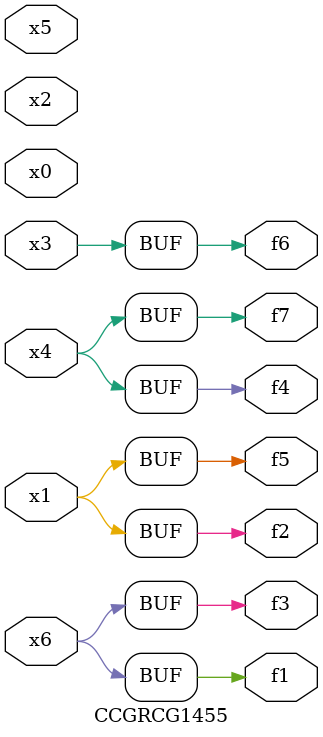
<source format=v>
module CCGRCG1455(
	input x0, x1, x2, x3, x4, x5, x6,
	output f1, f2, f3, f4, f5, f6, f7
);
	assign f1 = x6;
	assign f2 = x1;
	assign f3 = x6;
	assign f4 = x4;
	assign f5 = x1;
	assign f6 = x3;
	assign f7 = x4;
endmodule

</source>
